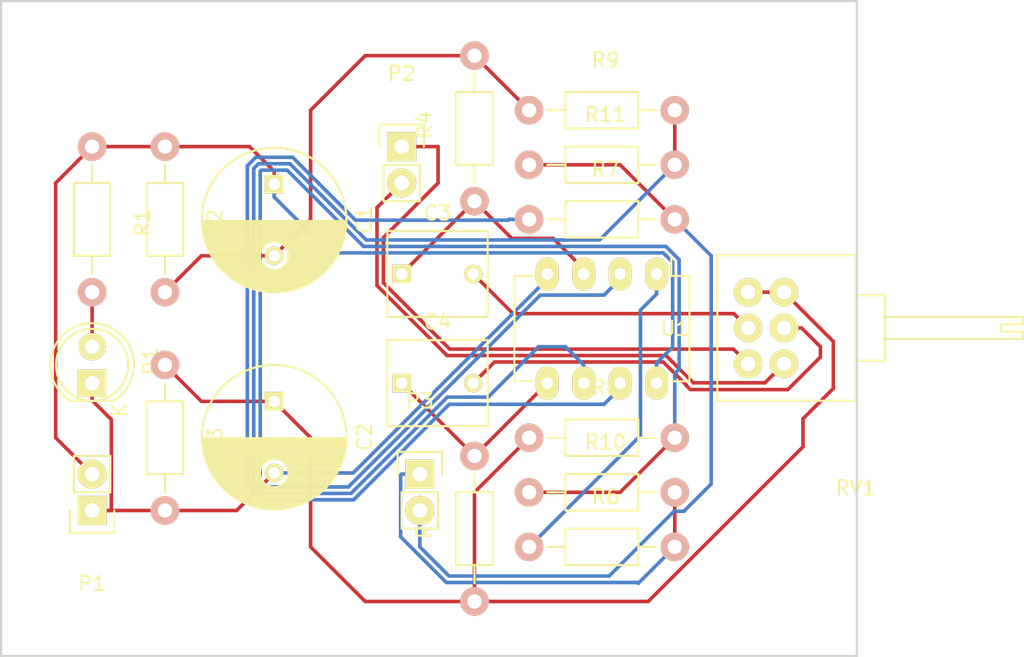
<source format=kicad_pcb>
(kicad_pcb (version 4) (host pcbnew 4.0.2+dfsg1-stable)

  (general
    (links 36)
    (no_connects 1)
    (area 102.794999 72.314999 162.635001 118.185001)
    (thickness 1.6)
    (drawings 4)
    (tracks 157)
    (zones 0)
    (modules 21)
    (nets 17)
  )

  (page A4)
  (layers
    (0 F.Cu signal)
    (31 B.Cu signal)
    (32 B.Adhes user)
    (33 F.Adhes user)
    (34 B.Paste user)
    (35 F.Paste user)
    (36 B.SilkS user)
    (37 F.SilkS user)
    (38 B.Mask user)
    (39 F.Mask user)
    (40 Dwgs.User user)
    (41 Cmts.User user)
    (42 Eco1.User user)
    (43 Eco2.User user)
    (44 Edge.Cuts user)
    (45 Margin user)
    (46 B.CrtYd user)
    (47 F.CrtYd user)
    (48 B.Fab user)
    (49 F.Fab user)
  )

  (setup
    (last_trace_width 0.25)
    (trace_clearance 0.2)
    (zone_clearance 0.508)
    (zone_45_only no)
    (trace_min 0.2)
    (segment_width 0.2)
    (edge_width 0.15)
    (via_size 0.6)
    (via_drill 0.4)
    (via_min_size 0.4)
    (via_min_drill 0.3)
    (uvia_size 0.3)
    (uvia_drill 0.1)
    (uvias_allowed no)
    (uvia_min_size 0.2)
    (uvia_min_drill 0.1)
    (pcb_text_width 0.3)
    (pcb_text_size 1.5 1.5)
    (mod_edge_width 0.15)
    (mod_text_size 1 1)
    (mod_text_width 0.15)
    (pad_size 1.524 1.524)
    (pad_drill 0.762)
    (pad_to_mask_clearance 0.2)
    (aux_axis_origin 0 0)
    (visible_elements FFFFE77F)
    (pcbplotparams
      (layerselection 0x00030_80000001)
      (usegerberextensions false)
      (excludeedgelayer true)
      (linewidth 0.100000)
      (plotframeref false)
      (viasonmask false)
      (mode 1)
      (useauxorigin false)
      (hpglpennumber 1)
      (hpglpenspeed 20)
      (hpglpendiameter 15)
      (hpglpenoverlay 2)
      (psnegative false)
      (psa4output false)
      (plotreference true)
      (plotvalue true)
      (plotinvisibletext false)
      (padsonsilk false)
      (subtractmaskfromsilk false)
      (outputformat 5)
      (mirror false)
      (drillshape 0)
      (scaleselection 1)
      (outputdirectory ""))
  )

  (net 0 "")
  (net 1 -9VA)
  (net 2 +9VA)
  (net 3 GNDREF)
  (net 4 "Net-(C3-Pad1)")
  (net 5 "Net-(C3-Pad2)")
  (net 6 "Net-(C4-Pad1)")
  (net 7 "Net-(C4-Pad2)")
  (net 8 "Net-(D1-Pad2)")
  (net 9 "Net-(R6-Pad1)")
  (net 10 "Net-(R7-Pad1)")
  (net 11 "Net-(R10-Pad1)")
  (net 12 "Net-(R11-Pad2)")
  (net 13 /IN1)
  (net 14 /IN2)
  (net 15 /OUT1)
  (net 16 /OUT2)

  (net_class Default "This is the default net class."
    (clearance 0.2)
    (trace_width 0.25)
    (via_dia 0.6)
    (via_drill 0.4)
    (uvia_dia 0.3)
    (uvia_drill 0.1)
    (add_net +9VA)
    (add_net -9VA)
    (add_net /IN1)
    (add_net /IN2)
    (add_net /OUT1)
    (add_net /OUT2)
    (add_net GNDREF)
    (add_net "Net-(C3-Pad1)")
    (add_net "Net-(C3-Pad2)")
    (add_net "Net-(C4-Pad1)")
    (add_net "Net-(C4-Pad2)")
    (add_net "Net-(D1-Pad2)")
    (add_net "Net-(R10-Pad1)")
    (add_net "Net-(R11-Pad2)")
    (add_net "Net-(R6-Pad1)")
    (add_net "Net-(R7-Pad1)")
  )

  (module Resistors_ThroughHole:Resistor_Horizontal_RM10mm (layer F.Cu) (tedit 58D84A1E) (tstamp 58D84700)
    (at 139.7 106.68)
    (descr "Resistor, Axial,  RM 10mm, 1/3W")
    (tags "Resistor Axial RM 10mm 1/3W")
    (path /58D48B53)
    (fp_text reference R10 (at 5.32892 -3.50012) (layer F.SilkS)
      (effects (font (size 1 1) (thickness 0.15)))
    )
    (fp_text value 10K (at 4.826 0.254) (layer F.Fab)
      (effects (font (size 1 1) (thickness 0.15)))
    )
    (fp_line (start -1.25 -1.5) (end 11.4 -1.5) (layer F.CrtYd) (width 0.05))
    (fp_line (start -1.25 1.5) (end -1.25 -1.5) (layer F.CrtYd) (width 0.05))
    (fp_line (start 11.4 -1.5) (end 11.4 1.5) (layer F.CrtYd) (width 0.05))
    (fp_line (start -1.25 1.5) (end 11.4 1.5) (layer F.CrtYd) (width 0.05))
    (fp_line (start 2.54 -1.27) (end 7.62 -1.27) (layer F.SilkS) (width 0.15))
    (fp_line (start 7.62 -1.27) (end 7.62 1.27) (layer F.SilkS) (width 0.15))
    (fp_line (start 7.62 1.27) (end 2.54 1.27) (layer F.SilkS) (width 0.15))
    (fp_line (start 2.54 1.27) (end 2.54 -1.27) (layer F.SilkS) (width 0.15))
    (fp_line (start 2.54 0) (end 1.27 0) (layer F.SilkS) (width 0.15))
    (fp_line (start 7.62 0) (end 8.89 0) (layer F.SilkS) (width 0.15))
    (pad 1 thru_hole circle (at 0 0) (size 1.99898 1.99898) (drill 1.00076) (layers *.Cu *.SilkS *.Mask)
      (net 11 "Net-(R10-Pad1)"))
    (pad 2 thru_hole circle (at 10.16 0) (size 1.99898 1.99898) (drill 1.00076) (layers *.Cu *.SilkS *.Mask)
      (net 15 /OUT1))
    (model Resistors_ThroughHole.3dshapes/Resistor_Horizontal_RM10mm.wrl
      (at (xyz 0 0 0))
      (scale (xyz 0.4 0.4 0.4))
      (rotate (xyz 0 0 0))
    )
  )

  (module Capacitors_ThroughHole:C_Radial_D10_L16_P5 (layer F.Cu) (tedit 0) (tstamp 58D84680)
    (at 121.92 85.17 270)
    (descr "Radial Electrolytic Capacitor 10mm x Length 16mm, Pitch 5mm")
    (tags "Electrolytic Capacitor")
    (path /58D4FDF4)
    (fp_text reference C1 (at 2.5 -6.3 270) (layer F.SilkS)
      (effects (font (size 1 1) (thickness 0.15)))
    )
    (fp_text value 220uF (at 2.5 6.3 270) (layer F.Fab)
      (effects (font (size 1 1) (thickness 0.15)))
    )
    (fp_line (start 2.575 -4.999) (end 2.575 4.999) (layer F.SilkS) (width 0.15))
    (fp_line (start 2.715 -4.995) (end 2.715 4.995) (layer F.SilkS) (width 0.15))
    (fp_line (start 2.855 -4.987) (end 2.855 4.987) (layer F.SilkS) (width 0.15))
    (fp_line (start 2.995 -4.975) (end 2.995 4.975) (layer F.SilkS) (width 0.15))
    (fp_line (start 3.135 -4.96) (end 3.135 4.96) (layer F.SilkS) (width 0.15))
    (fp_line (start 3.275 -4.94) (end 3.275 4.94) (layer F.SilkS) (width 0.15))
    (fp_line (start 3.415 -4.916) (end 3.415 4.916) (layer F.SilkS) (width 0.15))
    (fp_line (start 3.555 -4.887) (end 3.555 4.887) (layer F.SilkS) (width 0.15))
    (fp_line (start 3.695 -4.855) (end 3.695 4.855) (layer F.SilkS) (width 0.15))
    (fp_line (start 3.835 -4.818) (end 3.835 4.818) (layer F.SilkS) (width 0.15))
    (fp_line (start 3.975 -4.777) (end 3.975 4.777) (layer F.SilkS) (width 0.15))
    (fp_line (start 4.115 -4.732) (end 4.115 -0.466) (layer F.SilkS) (width 0.15))
    (fp_line (start 4.115 0.466) (end 4.115 4.732) (layer F.SilkS) (width 0.15))
    (fp_line (start 4.255 -4.682) (end 4.255 -0.667) (layer F.SilkS) (width 0.15))
    (fp_line (start 4.255 0.667) (end 4.255 4.682) (layer F.SilkS) (width 0.15))
    (fp_line (start 4.395 -4.627) (end 4.395 -0.796) (layer F.SilkS) (width 0.15))
    (fp_line (start 4.395 0.796) (end 4.395 4.627) (layer F.SilkS) (width 0.15))
    (fp_line (start 4.535 -4.567) (end 4.535 -0.885) (layer F.SilkS) (width 0.15))
    (fp_line (start 4.535 0.885) (end 4.535 4.567) (layer F.SilkS) (width 0.15))
    (fp_line (start 4.675 -4.502) (end 4.675 -0.946) (layer F.SilkS) (width 0.15))
    (fp_line (start 4.675 0.946) (end 4.675 4.502) (layer F.SilkS) (width 0.15))
    (fp_line (start 4.815 -4.432) (end 4.815 -0.983) (layer F.SilkS) (width 0.15))
    (fp_line (start 4.815 0.983) (end 4.815 4.432) (layer F.SilkS) (width 0.15))
    (fp_line (start 4.955 -4.356) (end 4.955 -0.999) (layer F.SilkS) (width 0.15))
    (fp_line (start 4.955 0.999) (end 4.955 4.356) (layer F.SilkS) (width 0.15))
    (fp_line (start 5.095 -4.274) (end 5.095 -0.995) (layer F.SilkS) (width 0.15))
    (fp_line (start 5.095 0.995) (end 5.095 4.274) (layer F.SilkS) (width 0.15))
    (fp_line (start 5.235 -4.186) (end 5.235 -0.972) (layer F.SilkS) (width 0.15))
    (fp_line (start 5.235 0.972) (end 5.235 4.186) (layer F.SilkS) (width 0.15))
    (fp_line (start 5.375 -4.091) (end 5.375 -0.927) (layer F.SilkS) (width 0.15))
    (fp_line (start 5.375 0.927) (end 5.375 4.091) (layer F.SilkS) (width 0.15))
    (fp_line (start 5.515 -3.989) (end 5.515 -0.857) (layer F.SilkS) (width 0.15))
    (fp_line (start 5.515 0.857) (end 5.515 3.989) (layer F.SilkS) (width 0.15))
    (fp_line (start 5.655 -3.879) (end 5.655 -0.756) (layer F.SilkS) (width 0.15))
    (fp_line (start 5.655 0.756) (end 5.655 3.879) (layer F.SilkS) (width 0.15))
    (fp_line (start 5.795 -3.761) (end 5.795 -0.607) (layer F.SilkS) (width 0.15))
    (fp_line (start 5.795 0.607) (end 5.795 3.761) (layer F.SilkS) (width 0.15))
    (fp_line (start 5.935 -3.633) (end 5.935 -0.355) (layer F.SilkS) (width 0.15))
    (fp_line (start 5.935 0.355) (end 5.935 3.633) (layer F.SilkS) (width 0.15))
    (fp_line (start 6.075 -3.496) (end 6.075 3.496) (layer F.SilkS) (width 0.15))
    (fp_line (start 6.215 -3.346) (end 6.215 3.346) (layer F.SilkS) (width 0.15))
    (fp_line (start 6.355 -3.184) (end 6.355 3.184) (layer F.SilkS) (width 0.15))
    (fp_line (start 6.495 -3.007) (end 6.495 3.007) (layer F.SilkS) (width 0.15))
    (fp_line (start 6.635 -2.811) (end 6.635 2.811) (layer F.SilkS) (width 0.15))
    (fp_line (start 6.775 -2.593) (end 6.775 2.593) (layer F.SilkS) (width 0.15))
    (fp_line (start 6.915 -2.347) (end 6.915 2.347) (layer F.SilkS) (width 0.15))
    (fp_line (start 7.055 -2.062) (end 7.055 2.062) (layer F.SilkS) (width 0.15))
    (fp_line (start 7.195 -1.72) (end 7.195 1.72) (layer F.SilkS) (width 0.15))
    (fp_line (start 7.335 -1.274) (end 7.335 1.274) (layer F.SilkS) (width 0.15))
    (fp_line (start 7.475 -0.499) (end 7.475 0.499) (layer F.SilkS) (width 0.15))
    (fp_circle (center 5 0) (end 5 -1) (layer F.SilkS) (width 0.15))
    (fp_circle (center 2.5 0) (end 2.5 -5.0375) (layer F.SilkS) (width 0.15))
    (fp_circle (center 2.5 0) (end 2.5 -5.3) (layer F.CrtYd) (width 0.05))
    (pad 1 thru_hole rect (at 0 0 270) (size 1.3 1.3) (drill 0.8) (layers *.Cu *.Mask F.SilkS)
      (net 2 +9VA))
    (pad 2 thru_hole circle (at 5 0 270) (size 1.3 1.3) (drill 0.8) (layers *.Cu *.Mask F.SilkS)
      (net 3 GNDREF))
    (model Capacitors_ThroughHole.3dshapes/C_Radial_D10_L16_P5.wrl
      (at (xyz 0.0984252 0 0))
      (scale (xyz 1 1 1))
      (rotate (xyz 0 0 90))
    )
  )

  (module Capacitors_ThroughHole:C_Radial_D10_L16_P5 (layer F.Cu) (tedit 0) (tstamp 58D84686)
    (at 121.92 100.33 270)
    (descr "Radial Electrolytic Capacitor 10mm x Length 16mm, Pitch 5mm")
    (tags "Electrolytic Capacitor")
    (path /58D4FFA1)
    (fp_text reference C2 (at 2.5 -6.3 270) (layer F.SilkS)
      (effects (font (size 1 1) (thickness 0.15)))
    )
    (fp_text value 220uF (at 2.5 6.3 270) (layer F.Fab)
      (effects (font (size 1 1) (thickness 0.15)))
    )
    (fp_line (start 2.575 -4.999) (end 2.575 4.999) (layer F.SilkS) (width 0.15))
    (fp_line (start 2.715 -4.995) (end 2.715 4.995) (layer F.SilkS) (width 0.15))
    (fp_line (start 2.855 -4.987) (end 2.855 4.987) (layer F.SilkS) (width 0.15))
    (fp_line (start 2.995 -4.975) (end 2.995 4.975) (layer F.SilkS) (width 0.15))
    (fp_line (start 3.135 -4.96) (end 3.135 4.96) (layer F.SilkS) (width 0.15))
    (fp_line (start 3.275 -4.94) (end 3.275 4.94) (layer F.SilkS) (width 0.15))
    (fp_line (start 3.415 -4.916) (end 3.415 4.916) (layer F.SilkS) (width 0.15))
    (fp_line (start 3.555 -4.887) (end 3.555 4.887) (layer F.SilkS) (width 0.15))
    (fp_line (start 3.695 -4.855) (end 3.695 4.855) (layer F.SilkS) (width 0.15))
    (fp_line (start 3.835 -4.818) (end 3.835 4.818) (layer F.SilkS) (width 0.15))
    (fp_line (start 3.975 -4.777) (end 3.975 4.777) (layer F.SilkS) (width 0.15))
    (fp_line (start 4.115 -4.732) (end 4.115 -0.466) (layer F.SilkS) (width 0.15))
    (fp_line (start 4.115 0.466) (end 4.115 4.732) (layer F.SilkS) (width 0.15))
    (fp_line (start 4.255 -4.682) (end 4.255 -0.667) (layer F.SilkS) (width 0.15))
    (fp_line (start 4.255 0.667) (end 4.255 4.682) (layer F.SilkS) (width 0.15))
    (fp_line (start 4.395 -4.627) (end 4.395 -0.796) (layer F.SilkS) (width 0.15))
    (fp_line (start 4.395 0.796) (end 4.395 4.627) (layer F.SilkS) (width 0.15))
    (fp_line (start 4.535 -4.567) (end 4.535 -0.885) (layer F.SilkS) (width 0.15))
    (fp_line (start 4.535 0.885) (end 4.535 4.567) (layer F.SilkS) (width 0.15))
    (fp_line (start 4.675 -4.502) (end 4.675 -0.946) (layer F.SilkS) (width 0.15))
    (fp_line (start 4.675 0.946) (end 4.675 4.502) (layer F.SilkS) (width 0.15))
    (fp_line (start 4.815 -4.432) (end 4.815 -0.983) (layer F.SilkS) (width 0.15))
    (fp_line (start 4.815 0.983) (end 4.815 4.432) (layer F.SilkS) (width 0.15))
    (fp_line (start 4.955 -4.356) (end 4.955 -0.999) (layer F.SilkS) (width 0.15))
    (fp_line (start 4.955 0.999) (end 4.955 4.356) (layer F.SilkS) (width 0.15))
    (fp_line (start 5.095 -4.274) (end 5.095 -0.995) (layer F.SilkS) (width 0.15))
    (fp_line (start 5.095 0.995) (end 5.095 4.274) (layer F.SilkS) (width 0.15))
    (fp_line (start 5.235 -4.186) (end 5.235 -0.972) (layer F.SilkS) (width 0.15))
    (fp_line (start 5.235 0.972) (end 5.235 4.186) (layer F.SilkS) (width 0.15))
    (fp_line (start 5.375 -4.091) (end 5.375 -0.927) (layer F.SilkS) (width 0.15))
    (fp_line (start 5.375 0.927) (end 5.375 4.091) (layer F.SilkS) (width 0.15))
    (fp_line (start 5.515 -3.989) (end 5.515 -0.857) (layer F.SilkS) (width 0.15))
    (fp_line (start 5.515 0.857) (end 5.515 3.989) (layer F.SilkS) (width 0.15))
    (fp_line (start 5.655 -3.879) (end 5.655 -0.756) (layer F.SilkS) (width 0.15))
    (fp_line (start 5.655 0.756) (end 5.655 3.879) (layer F.SilkS) (width 0.15))
    (fp_line (start 5.795 -3.761) (end 5.795 -0.607) (layer F.SilkS) (width 0.15))
    (fp_line (start 5.795 0.607) (end 5.795 3.761) (layer F.SilkS) (width 0.15))
    (fp_line (start 5.935 -3.633) (end 5.935 -0.355) (layer F.SilkS) (width 0.15))
    (fp_line (start 5.935 0.355) (end 5.935 3.633) (layer F.SilkS) (width 0.15))
    (fp_line (start 6.075 -3.496) (end 6.075 3.496) (layer F.SilkS) (width 0.15))
    (fp_line (start 6.215 -3.346) (end 6.215 3.346) (layer F.SilkS) (width 0.15))
    (fp_line (start 6.355 -3.184) (end 6.355 3.184) (layer F.SilkS) (width 0.15))
    (fp_line (start 6.495 -3.007) (end 6.495 3.007) (layer F.SilkS) (width 0.15))
    (fp_line (start 6.635 -2.811) (end 6.635 2.811) (layer F.SilkS) (width 0.15))
    (fp_line (start 6.775 -2.593) (end 6.775 2.593) (layer F.SilkS) (width 0.15))
    (fp_line (start 6.915 -2.347) (end 6.915 2.347) (layer F.SilkS) (width 0.15))
    (fp_line (start 7.055 -2.062) (end 7.055 2.062) (layer F.SilkS) (width 0.15))
    (fp_line (start 7.195 -1.72) (end 7.195 1.72) (layer F.SilkS) (width 0.15))
    (fp_line (start 7.335 -1.274) (end 7.335 1.274) (layer F.SilkS) (width 0.15))
    (fp_line (start 7.475 -0.499) (end 7.475 0.499) (layer F.SilkS) (width 0.15))
    (fp_circle (center 5 0) (end 5 -1) (layer F.SilkS) (width 0.15))
    (fp_circle (center 2.5 0) (end 2.5 -5.0375) (layer F.SilkS) (width 0.15))
    (fp_circle (center 2.5 0) (end 2.5 -5.3) (layer F.CrtYd) (width 0.05))
    (pad 1 thru_hole rect (at 0 0 270) (size 1.3 1.3) (drill 0.8) (layers *.Cu *.Mask F.SilkS)
      (net 3 GNDREF))
    (pad 2 thru_hole circle (at 5 0 270) (size 1.3 1.3) (drill 0.8) (layers *.Cu *.Mask F.SilkS)
      (net 1 -9VA))
    (model Capacitors_ThroughHole.3dshapes/C_Radial_D10_L16_P5.wrl
      (at (xyz 0.0984252 0 0))
      (scale (xyz 1 1 1))
      (rotate (xyz 0 0 90))
    )
  )

  (module Capacitors_ThroughHole:C_Rect_L7_W6_P5 (layer F.Cu) (tedit 58D84A04) (tstamp 58D8468C)
    (at 130.81 91.44)
    (descr "Film Capacitor Length 7mm x Width 6mm")
    (tags Capacitor)
    (path /58D49F76)
    (fp_text reference C3 (at 2.5 -4.25) (layer F.SilkS)
      (effects (font (size 1 1) (thickness 0.15)))
    )
    (fp_text value 0.1uF (at 2.794 1.778) (layer F.Fab)
      (effects (font (size 1 1) (thickness 0.15)))
    )
    (fp_line (start -1.25 -3.25) (end 6.25 -3.25) (layer F.CrtYd) (width 0.05))
    (fp_line (start 6.25 -3.25) (end 6.25 3.25) (layer F.CrtYd) (width 0.05))
    (fp_line (start 6.25 3.25) (end -1.25 3.25) (layer F.CrtYd) (width 0.05))
    (fp_line (start -1.25 3.25) (end -1.25 -3.25) (layer F.CrtYd) (width 0.05))
    (fp_line (start -1 -3) (end 6 -3) (layer F.SilkS) (width 0.15))
    (fp_line (start 6 -3) (end 6 3) (layer F.SilkS) (width 0.15))
    (fp_line (start 6 3) (end -1 3) (layer F.SilkS) (width 0.15))
    (fp_line (start -1 3) (end -1 -3) (layer F.SilkS) (width 0.15))
    (pad 1 thru_hole rect (at 0 0) (size 1.3 1.3) (drill 0.8) (layers *.Cu *.Mask F.SilkS)
      (net 4 "Net-(C3-Pad1)"))
    (pad 2 thru_hole circle (at 5 0) (size 1.3 1.3) (drill 0.8) (layers *.Cu *.Mask F.SilkS)
      (net 5 "Net-(C3-Pad2)"))
    (model Capacitors_ThroughHole.3dshapes/C_Rect_L7_W6_P5.wrl
      (at (xyz 0.098425 0 0))
      (scale (xyz 1 1 1))
      (rotate (xyz 0 0 0))
    )
  )

  (module Capacitors_ThroughHole:C_Rect_L7_W6_P5 (layer F.Cu) (tedit 58D84A08) (tstamp 58D84692)
    (at 130.81 99.06)
    (descr "Film Capacitor Length 7mm x Width 6mm")
    (tags Capacitor)
    (path /58D4DFCF)
    (fp_text reference C4 (at 2.5 -4.25) (layer F.SilkS)
      (effects (font (size 1 1) (thickness 0.15)))
    )
    (fp_text value 0.1uF (at 2.54 1.778) (layer F.Fab)
      (effects (font (size 1 1) (thickness 0.15)))
    )
    (fp_line (start -1.25 -3.25) (end 6.25 -3.25) (layer F.CrtYd) (width 0.05))
    (fp_line (start 6.25 -3.25) (end 6.25 3.25) (layer F.CrtYd) (width 0.05))
    (fp_line (start 6.25 3.25) (end -1.25 3.25) (layer F.CrtYd) (width 0.05))
    (fp_line (start -1.25 3.25) (end -1.25 -3.25) (layer F.CrtYd) (width 0.05))
    (fp_line (start -1 -3) (end 6 -3) (layer F.SilkS) (width 0.15))
    (fp_line (start 6 -3) (end 6 3) (layer F.SilkS) (width 0.15))
    (fp_line (start 6 3) (end -1 3) (layer F.SilkS) (width 0.15))
    (fp_line (start -1 3) (end -1 -3) (layer F.SilkS) (width 0.15))
    (pad 1 thru_hole rect (at 0 0) (size 1.3 1.3) (drill 0.8) (layers *.Cu *.Mask F.SilkS)
      (net 6 "Net-(C4-Pad1)"))
    (pad 2 thru_hole circle (at 5 0) (size 1.3 1.3) (drill 0.8) (layers *.Cu *.Mask F.SilkS)
      (net 7 "Net-(C4-Pad2)"))
    (model Capacitors_ThroughHole.3dshapes/C_Rect_L7_W6_P5.wrl
      (at (xyz 0.098425 0 0))
      (scale (xyz 1 1 1))
      (rotate (xyz 0 0 0))
    )
  )

  (module LEDs:LED-5MM (layer F.Cu) (tedit 5570F7EA) (tstamp 58D84698)
    (at 109.22 99.06 90)
    (descr "LED 5mm round vertical")
    (tags "LED 5mm round vertical")
    (path /58D4F6A7)
    (fp_text reference D1 (at 1.524 4.064 90) (layer F.SilkS)
      (effects (font (size 1 1) (thickness 0.15)))
    )
    (fp_text value LED (at 1.524 -3.937 90) (layer F.Fab)
      (effects (font (size 1 1) (thickness 0.15)))
    )
    (fp_line (start -1.5 -1.55) (end -1.5 1.55) (layer F.CrtYd) (width 0.05))
    (fp_arc (start 1.3 0) (end -1.5 1.55) (angle -302) (layer F.CrtYd) (width 0.05))
    (fp_arc (start 1.27 0) (end -1.23 -1.5) (angle 297.5) (layer F.SilkS) (width 0.15))
    (fp_line (start -1.23 1.5) (end -1.23 -1.5) (layer F.SilkS) (width 0.15))
    (fp_circle (center 1.27 0) (end 0.97 -2.5) (layer F.SilkS) (width 0.15))
    (fp_text user K (at -1.905 1.905 90) (layer F.SilkS)
      (effects (font (size 1 1) (thickness 0.15)))
    )
    (pad 1 thru_hole rect (at 0 0 180) (size 2 1.9) (drill 1.00076) (layers *.Cu *.Mask F.SilkS)
      (net 1 -9VA))
    (pad 2 thru_hole circle (at 2.54 0 90) (size 1.9 1.9) (drill 1.00076) (layers *.Cu *.Mask F.SilkS)
      (net 8 "Net-(D1-Pad2)"))
    (model LEDs.3dshapes/LED-5MM.wrl
      (at (xyz 0.05 0 0))
      (scale (xyz 1 1 1))
      (rotate (xyz 0 0 90))
    )
  )

  (module Resistors_ThroughHole:Resistor_Horizontal_RM10mm (layer F.Cu) (tedit 58D84A2D) (tstamp 58D846CA)
    (at 109.22 82.55 270)
    (descr "Resistor, Axial,  RM 10mm, 1/3W")
    (tags "Resistor Axial RM 10mm 1/3W")
    (path /58D4F546)
    (fp_text reference R1 (at 5.32892 -3.50012 270) (layer F.SilkS)
      (effects (font (size 1 1) (thickness 0.15)))
    )
    (fp_text value 10K (at 5.08 0 270) (layer F.Fab)
      (effects (font (size 1 1) (thickness 0.15)))
    )
    (fp_line (start -1.25 -1.5) (end 11.4 -1.5) (layer F.CrtYd) (width 0.05))
    (fp_line (start -1.25 1.5) (end -1.25 -1.5) (layer F.CrtYd) (width 0.05))
    (fp_line (start 11.4 -1.5) (end 11.4 1.5) (layer F.CrtYd) (width 0.05))
    (fp_line (start -1.25 1.5) (end 11.4 1.5) (layer F.CrtYd) (width 0.05))
    (fp_line (start 2.54 -1.27) (end 7.62 -1.27) (layer F.SilkS) (width 0.15))
    (fp_line (start 7.62 -1.27) (end 7.62 1.27) (layer F.SilkS) (width 0.15))
    (fp_line (start 7.62 1.27) (end 2.54 1.27) (layer F.SilkS) (width 0.15))
    (fp_line (start 2.54 1.27) (end 2.54 -1.27) (layer F.SilkS) (width 0.15))
    (fp_line (start 2.54 0) (end 1.27 0) (layer F.SilkS) (width 0.15))
    (fp_line (start 7.62 0) (end 8.89 0) (layer F.SilkS) (width 0.15))
    (pad 1 thru_hole circle (at 0 0 270) (size 1.99898 1.99898) (drill 1.00076) (layers *.Cu *.SilkS *.Mask)
      (net 2 +9VA))
    (pad 2 thru_hole circle (at 10.16 0 270) (size 1.99898 1.99898) (drill 1.00076) (layers *.Cu *.SilkS *.Mask)
      (net 8 "Net-(D1-Pad2)"))
    (model Resistors_ThroughHole.3dshapes/Resistor_Horizontal_RM10mm.wrl
      (at (xyz 0 0 0))
      (scale (xyz 0.4 0.4 0.4))
      (rotate (xyz 0 0 0))
    )
  )

  (module Resistors_ThroughHole:Resistor_Horizontal_RM10mm (layer F.Cu) (tedit 58D84A24) (tstamp 58D846D0)
    (at 114.3 82.55 270)
    (descr "Resistor, Axial,  RM 10mm, 1/3W")
    (tags "Resistor Axial RM 10mm 1/3W")
    (path /58D4F5C1)
    (fp_text reference R2 (at 5.32892 -3.50012 270) (layer F.SilkS)
      (effects (font (size 1 1) (thickness 0.15)))
    )
    (fp_text value 4.7K (at 5.08 0 270) (layer F.Fab)
      (effects (font (size 1 1) (thickness 0.15)))
    )
    (fp_line (start -1.25 -1.5) (end 11.4 -1.5) (layer F.CrtYd) (width 0.05))
    (fp_line (start -1.25 1.5) (end -1.25 -1.5) (layer F.CrtYd) (width 0.05))
    (fp_line (start 11.4 -1.5) (end 11.4 1.5) (layer F.CrtYd) (width 0.05))
    (fp_line (start -1.25 1.5) (end 11.4 1.5) (layer F.CrtYd) (width 0.05))
    (fp_line (start 2.54 -1.27) (end 7.62 -1.27) (layer F.SilkS) (width 0.15))
    (fp_line (start 7.62 -1.27) (end 7.62 1.27) (layer F.SilkS) (width 0.15))
    (fp_line (start 7.62 1.27) (end 2.54 1.27) (layer F.SilkS) (width 0.15))
    (fp_line (start 2.54 1.27) (end 2.54 -1.27) (layer F.SilkS) (width 0.15))
    (fp_line (start 2.54 0) (end 1.27 0) (layer F.SilkS) (width 0.15))
    (fp_line (start 7.62 0) (end 8.89 0) (layer F.SilkS) (width 0.15))
    (pad 1 thru_hole circle (at 0 0 270) (size 1.99898 1.99898) (drill 1.00076) (layers *.Cu *.SilkS *.Mask)
      (net 2 +9VA))
    (pad 2 thru_hole circle (at 10.16 0 270) (size 1.99898 1.99898) (drill 1.00076) (layers *.Cu *.SilkS *.Mask)
      (net 3 GNDREF))
    (model Resistors_ThroughHole.3dshapes/Resistor_Horizontal_RM10mm.wrl
      (at (xyz 0 0 0))
      (scale (xyz 0.4 0.4 0.4))
      (rotate (xyz 0 0 0))
    )
  )

  (module Resistors_ThroughHole:Resistor_Horizontal_RM10mm (layer F.Cu) (tedit 58D84A26) (tstamp 58D846D6)
    (at 114.3 97.79 270)
    (descr "Resistor, Axial,  RM 10mm, 1/3W")
    (tags "Resistor Axial RM 10mm 1/3W")
    (path /58D500DD)
    (fp_text reference R3 (at 5.32892 -3.50012 270) (layer F.SilkS)
      (effects (font (size 1 1) (thickness 0.15)))
    )
    (fp_text value 4.7K (at 5.334 0 270) (layer F.Fab)
      (effects (font (size 1 1) (thickness 0.15)))
    )
    (fp_line (start -1.25 -1.5) (end 11.4 -1.5) (layer F.CrtYd) (width 0.05))
    (fp_line (start -1.25 1.5) (end -1.25 -1.5) (layer F.CrtYd) (width 0.05))
    (fp_line (start 11.4 -1.5) (end 11.4 1.5) (layer F.CrtYd) (width 0.05))
    (fp_line (start -1.25 1.5) (end 11.4 1.5) (layer F.CrtYd) (width 0.05))
    (fp_line (start 2.54 -1.27) (end 7.62 -1.27) (layer F.SilkS) (width 0.15))
    (fp_line (start 7.62 -1.27) (end 7.62 1.27) (layer F.SilkS) (width 0.15))
    (fp_line (start 7.62 1.27) (end 2.54 1.27) (layer F.SilkS) (width 0.15))
    (fp_line (start 2.54 1.27) (end 2.54 -1.27) (layer F.SilkS) (width 0.15))
    (fp_line (start 2.54 0) (end 1.27 0) (layer F.SilkS) (width 0.15))
    (fp_line (start 7.62 0) (end 8.89 0) (layer F.SilkS) (width 0.15))
    (pad 1 thru_hole circle (at 0 0 270) (size 1.99898 1.99898) (drill 1.00076) (layers *.Cu *.SilkS *.Mask)
      (net 3 GNDREF))
    (pad 2 thru_hole circle (at 10.16 0 270) (size 1.99898 1.99898) (drill 1.00076) (layers *.Cu *.SilkS *.Mask)
      (net 1 -9VA))
    (model Resistors_ThroughHole.3dshapes/Resistor_Horizontal_RM10mm.wrl
      (at (xyz 0 0 0))
      (scale (xyz 0.4 0.4 0.4))
      (rotate (xyz 0 0 0))
    )
  )

  (module Resistors_ThroughHole:Resistor_Horizontal_RM10mm (layer F.Cu) (tedit 58D849A9) (tstamp 58D846DC)
    (at 135.89 86.36 90)
    (descr "Resistor, Axial,  RM 10mm, 1/3W")
    (tags "Resistor Axial RM 10mm 1/3W")
    (path /58D48662)
    (fp_text reference R4 (at 5.32892 -3.50012 90) (layer F.SilkS)
      (effects (font (size 1 1) (thickness 0.15)))
    )
    (fp_text value 100K (at 5.08 0 90) (layer F.Fab)
      (effects (font (size 1 1) (thickness 0.15)))
    )
    (fp_line (start -1.25 -1.5) (end 11.4 -1.5) (layer F.CrtYd) (width 0.05))
    (fp_line (start -1.25 1.5) (end -1.25 -1.5) (layer F.CrtYd) (width 0.05))
    (fp_line (start 11.4 -1.5) (end 11.4 1.5) (layer F.CrtYd) (width 0.05))
    (fp_line (start -1.25 1.5) (end 11.4 1.5) (layer F.CrtYd) (width 0.05))
    (fp_line (start 2.54 -1.27) (end 7.62 -1.27) (layer F.SilkS) (width 0.15))
    (fp_line (start 7.62 -1.27) (end 7.62 1.27) (layer F.SilkS) (width 0.15))
    (fp_line (start 7.62 1.27) (end 2.54 1.27) (layer F.SilkS) (width 0.15))
    (fp_line (start 2.54 1.27) (end 2.54 -1.27) (layer F.SilkS) (width 0.15))
    (fp_line (start 2.54 0) (end 1.27 0) (layer F.SilkS) (width 0.15))
    (fp_line (start 7.62 0) (end 8.89 0) (layer F.SilkS) (width 0.15))
    (pad 1 thru_hole circle (at 0 0 90) (size 1.99898 1.99898) (drill 1.00076) (layers *.Cu *.SilkS *.Mask)
      (net 4 "Net-(C3-Pad1)"))
    (pad 2 thru_hole circle (at 10.16 0 90) (size 1.99898 1.99898) (drill 1.00076) (layers *.Cu *.SilkS *.Mask)
      (net 3 GNDREF))
    (model Resistors_ThroughHole.3dshapes/Resistor_Horizontal_RM10mm.wrl
      (at (xyz 0 0 0))
      (scale (xyz 0.4 0.4 0.4))
      (rotate (xyz 0 0 0))
    )
  )

  (module Resistors_ThroughHole:Resistor_Horizontal_RM10mm (layer F.Cu) (tedit 58D8499F) (tstamp 58D846E2)
    (at 135.89 114.3 90)
    (descr "Resistor, Axial,  RM 10mm, 1/3W")
    (tags "Resistor Axial RM 10mm 1/3W")
    (path /58D4DF45)
    (fp_text reference R5 (at 5.32892 -3.50012 90) (layer F.SilkS)
      (effects (font (size 1 1) (thickness 0.15)))
    )
    (fp_text value 100K (at 5.08 0 90) (layer F.Fab)
      (effects (font (size 1 1) (thickness 0.15)))
    )
    (fp_line (start -1.25 -1.5) (end 11.4 -1.5) (layer F.CrtYd) (width 0.05))
    (fp_line (start -1.25 1.5) (end -1.25 -1.5) (layer F.CrtYd) (width 0.05))
    (fp_line (start 11.4 -1.5) (end 11.4 1.5) (layer F.CrtYd) (width 0.05))
    (fp_line (start -1.25 1.5) (end 11.4 1.5) (layer F.CrtYd) (width 0.05))
    (fp_line (start 2.54 -1.27) (end 7.62 -1.27) (layer F.SilkS) (width 0.15))
    (fp_line (start 7.62 -1.27) (end 7.62 1.27) (layer F.SilkS) (width 0.15))
    (fp_line (start 7.62 1.27) (end 2.54 1.27) (layer F.SilkS) (width 0.15))
    (fp_line (start 2.54 1.27) (end 2.54 -1.27) (layer F.SilkS) (width 0.15))
    (fp_line (start 2.54 0) (end 1.27 0) (layer F.SilkS) (width 0.15))
    (fp_line (start 7.62 0) (end 8.89 0) (layer F.SilkS) (width 0.15))
    (pad 1 thru_hole circle (at 0 0 90) (size 1.99898 1.99898) (drill 1.00076) (layers *.Cu *.SilkS *.Mask)
      (net 3 GNDREF))
    (pad 2 thru_hole circle (at 10.16 0 90) (size 1.99898 1.99898) (drill 1.00076) (layers *.Cu *.SilkS *.Mask)
      (net 6 "Net-(C4-Pad1)"))
    (model Resistors_ThroughHole.3dshapes/Resistor_Horizontal_RM10mm.wrl
      (at (xyz 0 0 0))
      (scale (xyz 0.4 0.4 0.4))
      (rotate (xyz 0 0 0))
    )
  )

  (module Resistors_ThroughHole:Resistor_Horizontal_RM10mm (layer F.Cu) (tedit 58D84A1A) (tstamp 58D846E8)
    (at 139.7 110.49)
    (descr "Resistor, Axial,  RM 10mm, 1/3W")
    (tags "Resistor Axial RM 10mm 1/3W")
    (path /58D49251)
    (fp_text reference R6 (at 5.32892 -3.50012) (layer F.SilkS)
      (effects (font (size 1 1) (thickness 0.15)))
    )
    (fp_text value 47K (at 5.08 0) (layer F.Fab)
      (effects (font (size 1 1) (thickness 0.15)))
    )
    (fp_line (start -1.25 -1.5) (end 11.4 -1.5) (layer F.CrtYd) (width 0.05))
    (fp_line (start -1.25 1.5) (end -1.25 -1.5) (layer F.CrtYd) (width 0.05))
    (fp_line (start 11.4 -1.5) (end 11.4 1.5) (layer F.CrtYd) (width 0.05))
    (fp_line (start -1.25 1.5) (end 11.4 1.5) (layer F.CrtYd) (width 0.05))
    (fp_line (start 2.54 -1.27) (end 7.62 -1.27) (layer F.SilkS) (width 0.15))
    (fp_line (start 7.62 -1.27) (end 7.62 1.27) (layer F.SilkS) (width 0.15))
    (fp_line (start 7.62 1.27) (end 2.54 1.27) (layer F.SilkS) (width 0.15))
    (fp_line (start 2.54 1.27) (end 2.54 -1.27) (layer F.SilkS) (width 0.15))
    (fp_line (start 2.54 0) (end 1.27 0) (layer F.SilkS) (width 0.15))
    (fp_line (start 7.62 0) (end 8.89 0) (layer F.SilkS) (width 0.15))
    (pad 1 thru_hole circle (at 0 0) (size 1.99898 1.99898) (drill 1.00076) (layers *.Cu *.SilkS *.Mask)
      (net 9 "Net-(R6-Pad1)"))
    (pad 2 thru_hole circle (at 10.16 0) (size 1.99898 1.99898) (drill 1.00076) (layers *.Cu *.SilkS *.Mask)
      (net 15 /OUT1))
    (model Resistors_ThroughHole.3dshapes/Resistor_Horizontal_RM10mm.wrl
      (at (xyz 0 0 0))
      (scale (xyz 0.4 0.4 0.4))
      (rotate (xyz 0 0 0))
    )
  )

  (module Resistors_ThroughHole:Resistor_Horizontal_RM10mm (layer F.Cu) (tedit 58D84A16) (tstamp 58D846EE)
    (at 139.7 87.63)
    (descr "Resistor, Axial,  RM 10mm, 1/3W")
    (tags "Resistor Axial RM 10mm 1/3W")
    (path /58D4E23B)
    (fp_text reference R7 (at 5.32892 -3.50012) (layer F.SilkS)
      (effects (font (size 1 1) (thickness 0.15)))
    )
    (fp_text value 47K (at 4.826 0.254) (layer F.Fab)
      (effects (font (size 1 1) (thickness 0.15)))
    )
    (fp_line (start -1.25 -1.5) (end 11.4 -1.5) (layer F.CrtYd) (width 0.05))
    (fp_line (start -1.25 1.5) (end -1.25 -1.5) (layer F.CrtYd) (width 0.05))
    (fp_line (start 11.4 -1.5) (end 11.4 1.5) (layer F.CrtYd) (width 0.05))
    (fp_line (start -1.25 1.5) (end 11.4 1.5) (layer F.CrtYd) (width 0.05))
    (fp_line (start 2.54 -1.27) (end 7.62 -1.27) (layer F.SilkS) (width 0.15))
    (fp_line (start 7.62 -1.27) (end 7.62 1.27) (layer F.SilkS) (width 0.15))
    (fp_line (start 7.62 1.27) (end 2.54 1.27) (layer F.SilkS) (width 0.15))
    (fp_line (start 2.54 1.27) (end 2.54 -1.27) (layer F.SilkS) (width 0.15))
    (fp_line (start 2.54 0) (end 1.27 0) (layer F.SilkS) (width 0.15))
    (fp_line (start 7.62 0) (end 8.89 0) (layer F.SilkS) (width 0.15))
    (pad 1 thru_hole circle (at 0 0) (size 1.99898 1.99898) (drill 1.00076) (layers *.Cu *.SilkS *.Mask)
      (net 10 "Net-(R7-Pad1)"))
    (pad 2 thru_hole circle (at 10.16 0) (size 1.99898 1.99898) (drill 1.00076) (layers *.Cu *.SilkS *.Mask)
      (net 16 /OUT2))
    (model Resistors_ThroughHole.3dshapes/Resistor_Horizontal_RM10mm.wrl
      (at (xyz 0 0 0))
      (scale (xyz 0.4 0.4 0.4))
      (rotate (xyz 0 0 0))
    )
  )

  (module Resistors_ThroughHole:Resistor_Horizontal_RM10mm (layer F.Cu) (tedit 58D84A1C) (tstamp 58D846F4)
    (at 139.7 102.87)
    (descr "Resistor, Axial,  RM 10mm, 1/3W")
    (tags "Resistor Axial RM 10mm 1/3W")
    (path /58D48C22)
    (fp_text reference R8 (at 5.32892 -3.50012) (layer F.SilkS)
      (effects (font (size 1 1) (thickness 0.15)))
    )
    (fp_text value 1K (at 5.08 0.254) (layer F.Fab)
      (effects (font (size 1 1) (thickness 0.15)))
    )
    (fp_line (start -1.25 -1.5) (end 11.4 -1.5) (layer F.CrtYd) (width 0.05))
    (fp_line (start -1.25 1.5) (end -1.25 -1.5) (layer F.CrtYd) (width 0.05))
    (fp_line (start 11.4 -1.5) (end 11.4 1.5) (layer F.CrtYd) (width 0.05))
    (fp_line (start -1.25 1.5) (end 11.4 1.5) (layer F.CrtYd) (width 0.05))
    (fp_line (start 2.54 -1.27) (end 7.62 -1.27) (layer F.SilkS) (width 0.15))
    (fp_line (start 7.62 -1.27) (end 7.62 1.27) (layer F.SilkS) (width 0.15))
    (fp_line (start 7.62 1.27) (end 2.54 1.27) (layer F.SilkS) (width 0.15))
    (fp_line (start 2.54 1.27) (end 2.54 -1.27) (layer F.SilkS) (width 0.15))
    (fp_line (start 2.54 0) (end 1.27 0) (layer F.SilkS) (width 0.15))
    (fp_line (start 7.62 0) (end 8.89 0) (layer F.SilkS) (width 0.15))
    (pad 1 thru_hole circle (at 0 0) (size 1.99898 1.99898) (drill 1.00076) (layers *.Cu *.SilkS *.Mask)
      (net 3 GNDREF))
    (pad 2 thru_hole circle (at 10.16 0) (size 1.99898 1.99898) (drill 1.00076) (layers *.Cu *.SilkS *.Mask)
      (net 11 "Net-(R10-Pad1)"))
    (model Resistors_ThroughHole.3dshapes/Resistor_Horizontal_RM10mm.wrl
      (at (xyz 0 0 0))
      (scale (xyz 0.4 0.4 0.4))
      (rotate (xyz 0 0 0))
    )
  )

  (module Resistors_ThroughHole:Resistor_Horizontal_RM10mm (layer F.Cu) (tedit 58D84A13) (tstamp 58D846FA)
    (at 139.7 80.01)
    (descr "Resistor, Axial,  RM 10mm, 1/3W")
    (tags "Resistor Axial RM 10mm 1/3W")
    (path /58D4ECDF)
    (fp_text reference R9 (at 5.32892 -3.50012) (layer F.SilkS)
      (effects (font (size 1 1) (thickness 0.15)))
    )
    (fp_text value 1K (at 5.08 0) (layer F.Fab)
      (effects (font (size 1 1) (thickness 0.15)))
    )
    (fp_line (start -1.25 -1.5) (end 11.4 -1.5) (layer F.CrtYd) (width 0.05))
    (fp_line (start -1.25 1.5) (end -1.25 -1.5) (layer F.CrtYd) (width 0.05))
    (fp_line (start 11.4 -1.5) (end 11.4 1.5) (layer F.CrtYd) (width 0.05))
    (fp_line (start -1.25 1.5) (end 11.4 1.5) (layer F.CrtYd) (width 0.05))
    (fp_line (start 2.54 -1.27) (end 7.62 -1.27) (layer F.SilkS) (width 0.15))
    (fp_line (start 7.62 -1.27) (end 7.62 1.27) (layer F.SilkS) (width 0.15))
    (fp_line (start 7.62 1.27) (end 2.54 1.27) (layer F.SilkS) (width 0.15))
    (fp_line (start 2.54 1.27) (end 2.54 -1.27) (layer F.SilkS) (width 0.15))
    (fp_line (start 2.54 0) (end 1.27 0) (layer F.SilkS) (width 0.15))
    (fp_line (start 7.62 0) (end 8.89 0) (layer F.SilkS) (width 0.15))
    (pad 1 thru_hole circle (at 0 0) (size 1.99898 1.99898) (drill 1.00076) (layers *.Cu *.SilkS *.Mask)
      (net 3 GNDREF))
    (pad 2 thru_hole circle (at 10.16 0) (size 1.99898 1.99898) (drill 1.00076) (layers *.Cu *.SilkS *.Mask)
      (net 12 "Net-(R11-Pad2)"))
    (model Resistors_ThroughHole.3dshapes/Resistor_Horizontal_RM10mm.wrl
      (at (xyz 0 0 0))
      (scale (xyz 0.4 0.4 0.4))
      (rotate (xyz 0 0 0))
    )
  )

  (module Resistors_ThroughHole:Resistor_Horizontal_RM10mm (layer F.Cu) (tedit 58D84A0D) (tstamp 58D84706)
    (at 139.7 83.82)
    (descr "Resistor, Axial,  RM 10mm, 1/3W")
    (tags "Resistor Axial RM 10mm 1/3W")
    (path /58D4E506)
    (fp_text reference R11 (at 5.32892 -3.50012) (layer F.SilkS)
      (effects (font (size 1 1) (thickness 0.15)))
    )
    (fp_text value 10K (at 5.08 0) (layer F.Fab)
      (effects (font (size 1 1) (thickness 0.15)))
    )
    (fp_line (start -1.25 -1.5) (end 11.4 -1.5) (layer F.CrtYd) (width 0.05))
    (fp_line (start -1.25 1.5) (end -1.25 -1.5) (layer F.CrtYd) (width 0.05))
    (fp_line (start 11.4 -1.5) (end 11.4 1.5) (layer F.CrtYd) (width 0.05))
    (fp_line (start -1.25 1.5) (end 11.4 1.5) (layer F.CrtYd) (width 0.05))
    (fp_line (start 2.54 -1.27) (end 7.62 -1.27) (layer F.SilkS) (width 0.15))
    (fp_line (start 7.62 -1.27) (end 7.62 1.27) (layer F.SilkS) (width 0.15))
    (fp_line (start 7.62 1.27) (end 2.54 1.27) (layer F.SilkS) (width 0.15))
    (fp_line (start 2.54 1.27) (end 2.54 -1.27) (layer F.SilkS) (width 0.15))
    (fp_line (start 2.54 0) (end 1.27 0) (layer F.SilkS) (width 0.15))
    (fp_line (start 7.62 0) (end 8.89 0) (layer F.SilkS) (width 0.15))
    (pad 1 thru_hole circle (at 0 0) (size 1.99898 1.99898) (drill 1.00076) (layers *.Cu *.SilkS *.Mask)
      (net 16 /OUT2))
    (pad 2 thru_hole circle (at 10.16 0) (size 1.99898 1.99898) (drill 1.00076) (layers *.Cu *.SilkS *.Mask)
      (net 12 "Net-(R11-Pad2)"))
    (model Resistors_ThroughHole.3dshapes/Resistor_Horizontal_RM10mm.wrl
      (at (xyz 0 0 0))
      (scale (xyz 0.4 0.4 0.4))
      (rotate (xyz 0 0 0))
    )
  )

  (module amp_parts:Potentiometer_BOURNS_PD902_dual (layer F.Cu) (tedit 58D849AE) (tstamp 58D84720)
    (at 162.48 95.21)
    (path /58D49DE5)
    (fp_text reference RV1 (at 0 11.176) (layer F.SilkS)
      (effects (font (size 1 1) (thickness 0.15)))
    )
    (fp_text value DUAL_POT (at 6.35 -2.54) (layer F.Fab)
      (effects (font (size 1 1) (thickness 0.15)))
    )
    (fp_line (start 2.032 -0.762) (end 11.684 -0.762) (layer F.SilkS) (width 0.15))
    (fp_line (start 11.684 -0.762) (end 11.684 -0.254) (layer F.SilkS) (width 0.15))
    (fp_line (start 11.684 -0.254) (end 10.16 -0.254) (layer F.SilkS) (width 0.15))
    (fp_line (start 10.16 -0.254) (end 10.16 0.254) (layer F.SilkS) (width 0.15))
    (fp_line (start 10.16 0.254) (end 11.684 0.254) (layer F.SilkS) (width 0.15))
    (fp_line (start 11.684 0.254) (end 11.684 0.762) (layer F.SilkS) (width 0.15))
    (fp_line (start 11.684 0.762) (end 2.032 0.762) (layer F.SilkS) (width 0.15))
    (fp_line (start 0 -2.286) (end 2.032 -2.286) (layer F.SilkS) (width 0.15))
    (fp_line (start 2.032 -2.286) (end 2.032 1.27) (layer F.SilkS) (width 0.15))
    (fp_line (start 2.032 1.27) (end 2.032 2.032) (layer F.SilkS) (width 0.15))
    (fp_line (start 2.032 2.032) (end 2.032 2.286) (layer F.SilkS) (width 0.15))
    (fp_line (start 2.032 2.286) (end 0 2.286) (layer F.SilkS) (width 0.15))
    (fp_line (start 0 -5.08) (end -9.65 -5.08) (layer F.SilkS) (width 0.15))
    (fp_line (start -9.652 -5.08) (end -9.652 5.08) (layer F.SilkS) (width 0.15))
    (fp_line (start -9.65 5.08) (end 0 5.08) (layer F.SilkS) (width 0.15))
    (fp_line (start 0 -5) (end 0 5) (layer F.SilkS) (width 0.15))
    (pad 3 thru_hole circle (at -7.5 -2.5) (size 2 2) (drill 1) (layers *.Cu *.Mask F.SilkS)
      (net 3 GNDREF))
    (pad 6 thru_hole circle (at -5 -2.5) (size 2 2) (drill 1) (layers *.Cu *.Mask F.SilkS)
      (net 3 GNDREF))
    (pad 2 thru_hole circle (at -7.5 0) (size 2 2) (drill 1) (layers *.Cu *.Mask F.SilkS)
      (net 5 "Net-(C3-Pad2)"))
    (pad 5 thru_hole circle (at -5 0) (size 2 2) (drill 1) (layers *.Cu *.Mask F.SilkS)
      (net 7 "Net-(C4-Pad2)"))
    (pad 1 thru_hole circle (at -7.5 2.5) (size 2 2) (drill 1) (layers *.Cu *.Mask F.SilkS)
      (net 13 /IN1))
    (pad 4 thru_hole circle (at -5 2.5) (size 2 2) (drill 1) (layers *.Cu *.Mask F.SilkS)
      (net 14 /IN2))
  )

  (module Housings_DIP:DIP-8_W7.62mm_LongPads (layer F.Cu) (tedit 58D849E8) (tstamp 58D84732)
    (at 148.59 91.44 270)
    (descr "8-lead dip package, row spacing 7.62 mm (300 mils), longer pads")
    (tags "dil dip 2.54 300")
    (path /58D483BA)
    (fp_text reference U1 (at 3.81 -1.27 360) (layer F.SilkS)
      (effects (font (size 1 1) (thickness 0.15)))
    )
    (fp_text value OPA2132PA (at 3.81 5.08 360) (layer F.Fab)
      (effects (font (size 1 1) (thickness 0.15)))
    )
    (fp_line (start -1.4 -2.45) (end -1.4 10.1) (layer F.CrtYd) (width 0.05))
    (fp_line (start 9 -2.45) (end 9 10.1) (layer F.CrtYd) (width 0.05))
    (fp_line (start -1.4 -2.45) (end 9 -2.45) (layer F.CrtYd) (width 0.05))
    (fp_line (start -1.4 10.1) (end 9 10.1) (layer F.CrtYd) (width 0.05))
    (fp_line (start 0.135 -2.295) (end 0.135 -1.025) (layer F.SilkS) (width 0.15))
    (fp_line (start 7.485 -2.295) (end 7.485 -1.025) (layer F.SilkS) (width 0.15))
    (fp_line (start 7.485 9.915) (end 7.485 8.645) (layer F.SilkS) (width 0.15))
    (fp_line (start 0.135 9.915) (end 0.135 8.645) (layer F.SilkS) (width 0.15))
    (fp_line (start 0.135 -2.295) (end 7.485 -2.295) (layer F.SilkS) (width 0.15))
    (fp_line (start 0.135 9.915) (end 7.485 9.915) (layer F.SilkS) (width 0.15))
    (fp_line (start 0.135 -1.025) (end -1.15 -1.025) (layer F.SilkS) (width 0.15))
    (pad 1 thru_hole oval (at 0 0 270) (size 2.3 1.6) (drill 0.8) (layers *.Cu *.Mask F.SilkS)
      (net 9 "Net-(R6-Pad1)"))
    (pad 2 thru_hole oval (at 0 2.54 270) (size 2.3 1.6) (drill 0.8) (layers *.Cu *.Mask F.SilkS)
      (net 11 "Net-(R10-Pad1)"))
    (pad 3 thru_hole oval (at 0 5.08 270) (size 2.3 1.6) (drill 0.8) (layers *.Cu *.Mask F.SilkS)
      (net 4 "Net-(C3-Pad1)"))
    (pad 4 thru_hole oval (at 0 7.62 270) (size 2.3 1.6) (drill 0.8) (layers *.Cu *.Mask F.SilkS)
      (net 1 -9VA))
    (pad 5 thru_hole oval (at 7.62 7.62 270) (size 2.3 1.6) (drill 0.8) (layers *.Cu *.Mask F.SilkS)
      (net 6 "Net-(C4-Pad1)"))
    (pad 6 thru_hole oval (at 7.62 5.08 270) (size 2.3 1.6) (drill 0.8) (layers *.Cu *.Mask F.SilkS)
      (net 12 "Net-(R11-Pad2)"))
    (pad 7 thru_hole oval (at 7.62 2.54 270) (size 2.3 1.6) (drill 0.8) (layers *.Cu *.Mask F.SilkS)
      (net 10 "Net-(R7-Pad1)"))
    (pad 8 thru_hole oval (at 7.62 0 270) (size 2.3 1.6) (drill 0.8) (layers *.Cu *.Mask F.SilkS)
      (net 2 +9VA))
    (model Housings_DIP.3dshapes/DIP-8_W7.62mm_LongPads.wrl
      (at (xyz 0 0 0))
      (scale (xyz 1 1 1))
      (rotate (xyz 0 0 0))
    )
  )

  (module Pin_Headers:Pin_Header_Straight_1x02 (layer F.Cu) (tedit 54EA090C) (tstamp 58DC5F3A)
    (at 109.22 107.95 180)
    (descr "Through hole pin header")
    (tags "pin header")
    (path /58DC82EB)
    (fp_text reference P1 (at 0 -5.1 180) (layer F.SilkS)
      (effects (font (size 1 1) (thickness 0.15)))
    )
    (fp_text value CONN_01X02 (at 0 -3.1 180) (layer F.Fab)
      (effects (font (size 1 1) (thickness 0.15)))
    )
    (fp_line (start 1.27 1.27) (end 1.27 3.81) (layer F.SilkS) (width 0.15))
    (fp_line (start 1.55 -1.55) (end 1.55 0) (layer F.SilkS) (width 0.15))
    (fp_line (start -1.75 -1.75) (end -1.75 4.3) (layer F.CrtYd) (width 0.05))
    (fp_line (start 1.75 -1.75) (end 1.75 4.3) (layer F.CrtYd) (width 0.05))
    (fp_line (start -1.75 -1.75) (end 1.75 -1.75) (layer F.CrtYd) (width 0.05))
    (fp_line (start -1.75 4.3) (end 1.75 4.3) (layer F.CrtYd) (width 0.05))
    (fp_line (start 1.27 1.27) (end -1.27 1.27) (layer F.SilkS) (width 0.15))
    (fp_line (start -1.55 0) (end -1.55 -1.55) (layer F.SilkS) (width 0.15))
    (fp_line (start -1.55 -1.55) (end 1.55 -1.55) (layer F.SilkS) (width 0.15))
    (fp_line (start -1.27 1.27) (end -1.27 3.81) (layer F.SilkS) (width 0.15))
    (fp_line (start -1.27 3.81) (end 1.27 3.81) (layer F.SilkS) (width 0.15))
    (pad 1 thru_hole rect (at 0 0 180) (size 2.032 2.032) (drill 1.016) (layers *.Cu *.Mask F.SilkS)
      (net 1 -9VA))
    (pad 2 thru_hole oval (at 0 2.54 180) (size 2.032 2.032) (drill 1.016) (layers *.Cu *.Mask F.SilkS)
      (net 2 +9VA))
    (model Pin_Headers.3dshapes/Pin_Header_Straight_1x02.wrl
      (at (xyz 0 -0.05 0))
      (scale (xyz 1 1 1))
      (rotate (xyz 0 0 90))
    )
  )

  (module Pin_Headers:Pin_Header_Straight_1x02 (layer F.Cu) (tedit 54EA090C) (tstamp 58DC5F4B)
    (at 130.81 82.55)
    (descr "Through hole pin header")
    (tags "pin header")
    (path /58DC7A2A)
    (fp_text reference P2 (at 0 -5.1) (layer F.SilkS)
      (effects (font (size 1 1) (thickness 0.15)))
    )
    (fp_text value CONN_01X02 (at 0 -3.1) (layer F.Fab)
      (effects (font (size 1 1) (thickness 0.15)))
    )
    (fp_line (start 1.27 1.27) (end 1.27 3.81) (layer F.SilkS) (width 0.15))
    (fp_line (start 1.55 -1.55) (end 1.55 0) (layer F.SilkS) (width 0.15))
    (fp_line (start -1.75 -1.75) (end -1.75 4.3) (layer F.CrtYd) (width 0.05))
    (fp_line (start 1.75 -1.75) (end 1.75 4.3) (layer F.CrtYd) (width 0.05))
    (fp_line (start -1.75 -1.75) (end 1.75 -1.75) (layer F.CrtYd) (width 0.05))
    (fp_line (start -1.75 4.3) (end 1.75 4.3) (layer F.CrtYd) (width 0.05))
    (fp_line (start 1.27 1.27) (end -1.27 1.27) (layer F.SilkS) (width 0.15))
    (fp_line (start -1.55 0) (end -1.55 -1.55) (layer F.SilkS) (width 0.15))
    (fp_line (start -1.55 -1.55) (end 1.55 -1.55) (layer F.SilkS) (width 0.15))
    (fp_line (start -1.27 1.27) (end -1.27 3.81) (layer F.SilkS) (width 0.15))
    (fp_line (start -1.27 3.81) (end 1.27 3.81) (layer F.SilkS) (width 0.15))
    (pad 1 thru_hole rect (at 0 0) (size 2.032 2.032) (drill 1.016) (layers *.Cu *.Mask F.SilkS)
      (net 13 /IN1))
    (pad 2 thru_hole oval (at 0 2.54) (size 2.032 2.032) (drill 1.016) (layers *.Cu *.Mask F.SilkS)
      (net 14 /IN2))
    (model Pin_Headers.3dshapes/Pin_Header_Straight_1x02.wrl
      (at (xyz 0 -0.05 0))
      (scale (xyz 1 1 1))
      (rotate (xyz 0 0 90))
    )
  )

  (module Pin_Headers:Pin_Header_Straight_1x02 (layer F.Cu) (tedit 54EA090C) (tstamp 58DC5F5C)
    (at 132.08 105.41)
    (descr "Through hole pin header")
    (tags "pin header")
    (path /58DC7F18)
    (fp_text reference P3 (at 0 -5.1) (layer F.SilkS)
      (effects (font (size 1 1) (thickness 0.15)))
    )
    (fp_text value CONN_01X02 (at 0 -3.1) (layer F.Fab)
      (effects (font (size 1 1) (thickness 0.15)))
    )
    (fp_line (start 1.27 1.27) (end 1.27 3.81) (layer F.SilkS) (width 0.15))
    (fp_line (start 1.55 -1.55) (end 1.55 0) (layer F.SilkS) (width 0.15))
    (fp_line (start -1.75 -1.75) (end -1.75 4.3) (layer F.CrtYd) (width 0.05))
    (fp_line (start 1.75 -1.75) (end 1.75 4.3) (layer F.CrtYd) (width 0.05))
    (fp_line (start -1.75 -1.75) (end 1.75 -1.75) (layer F.CrtYd) (width 0.05))
    (fp_line (start -1.75 4.3) (end 1.75 4.3) (layer F.CrtYd) (width 0.05))
    (fp_line (start 1.27 1.27) (end -1.27 1.27) (layer F.SilkS) (width 0.15))
    (fp_line (start -1.55 0) (end -1.55 -1.55) (layer F.SilkS) (width 0.15))
    (fp_line (start -1.55 -1.55) (end 1.55 -1.55) (layer F.SilkS) (width 0.15))
    (fp_line (start -1.27 1.27) (end -1.27 3.81) (layer F.SilkS) (width 0.15))
    (fp_line (start -1.27 3.81) (end 1.27 3.81) (layer F.SilkS) (width 0.15))
    (pad 1 thru_hole rect (at 0 0) (size 2.032 2.032) (drill 1.016) (layers *.Cu *.Mask F.SilkS)
      (net 15 /OUT1))
    (pad 2 thru_hole oval (at 0 2.54) (size 2.032 2.032) (drill 1.016) (layers *.Cu *.Mask F.SilkS)
      (net 16 /OUT2))
    (model Pin_Headers.3dshapes/Pin_Header_Straight_1x02.wrl
      (at (xyz 0 -0.05 0))
      (scale (xyz 1 1 1))
      (rotate (xyz 0 0 90))
    )
  )

  (gr_line (start 102.87 72.39) (end 162.56 72.39) (layer Edge.Cuts) (width 0.15))
  (gr_line (start 102.87 118.11) (end 102.87 72.39) (layer Edge.Cuts) (width 0.15))
  (gr_line (start 162.56 118.11) (end 102.87 118.11) (layer Edge.Cuts) (width 0.15))
  (gr_line (start 162.56 72.39) (end 162.56 118.11) (layer Edge.Cuts) (width 0.15))

  (segment (start 162.56 73.66) (end 162.56 118.11) (width 0.25) (layer Dwgs.User) (net 0))
  (segment (start 121.92 105.33) (end 127.43 105.33) (width 0.25) (layer B.Cu) (net 1))
  (segment (start 127.43 105.33) (end 140.97 91.79) (width 0.25) (layer B.Cu) (net 1))
  (segment (start 140.97 91.79) (end 140.97 91.44) (width 0.25) (layer B.Cu) (net 1))
  (segment (start 109.22 107.95) (end 110.486 107.95) (width 0.25) (layer F.Cu) (net 1))
  (segment (start 110.486 107.95) (end 110.561001 107.874999) (width 0.25) (layer F.Cu) (net 1))
  (segment (start 109.22 100.26) (end 109.22 99.06) (width 0.25) (layer F.Cu) (net 1))
  (segment (start 110.561001 107.874999) (end 110.561001 101.601001) (width 0.25) (layer F.Cu) (net 1))
  (segment (start 110.561001 101.601001) (end 109.22 100.26) (width 0.25) (layer F.Cu) (net 1))
  (segment (start 114.3 107.95) (end 109.22 107.95) (width 0.25) (layer F.Cu) (net 1))
  (segment (start 114.3 107.95) (end 119.3 107.95) (width 0.25) (layer F.Cu) (net 1))
  (segment (start 119.3 107.95) (end 121.92 105.33) (width 0.25) (layer F.Cu) (net 1))
  (segment (start 109.22 105.41) (end 106.68 102.87) (width 0.25) (layer F.Cu) (net 2))
  (segment (start 106.68 102.87) (end 106.68 85.09) (width 0.25) (layer F.Cu) (net 2))
  (segment (start 106.68 85.09) (end 108.220511 83.549489) (width 0.25) (layer F.Cu) (net 2))
  (segment (start 108.220511 83.549489) (end 109.22 82.55) (width 0.25) (layer F.Cu) (net 2))
  (segment (start 121.92 85.17) (end 121.92 86.07) (width 0.25) (layer B.Cu) (net 2))
  (segment (start 121.92 86.07) (end 125.81499 89.96499) (width 0.25) (layer B.Cu) (net 2))
  (segment (start 125.81499 89.96499) (end 149.055994 89.96499) (width 0.25) (layer B.Cu) (net 2))
  (segment (start 149.055994 89.96499) (end 149.71501 90.624006) (width 0.25) (layer B.Cu) (net 2))
  (segment (start 149.71501 90.624006) (end 149.71501 96.53499) (width 0.25) (layer B.Cu) (net 2))
  (segment (start 149.71501 96.53499) (end 148.59 97.66) (width 0.25) (layer B.Cu) (net 2))
  (segment (start 148.59 97.66) (end 148.59 99.06) (width 0.25) (layer B.Cu) (net 2))
  (segment (start 114.3 82.55) (end 120.2 82.55) (width 0.25) (layer F.Cu) (net 2))
  (segment (start 121.92 84.27) (end 121.92 85.17) (width 0.25) (layer F.Cu) (net 2))
  (segment (start 120.2 82.55) (end 121.92 84.27) (width 0.25) (layer F.Cu) (net 2))
  (segment (start 114.3 82.55) (end 109.22 82.55) (width 0.25) (layer F.Cu) (net 2))
  (segment (start 135.89 76.2) (end 139.7 80.01) (width 0.25) (layer F.Cu) (net 3))
  (segment (start 139.7 102.87) (end 135.89 106.68) (width 0.25) (layer F.Cu) (net 3))
  (segment (start 135.89 106.68) (end 135.89 114.3) (width 0.25) (layer F.Cu) (net 3))
  (segment (start 157.48 92.71) (end 160.92002 96.15002) (width 0.25) (layer F.Cu) (net 3))
  (segment (start 158.805001 103.505247) (end 148.010248 114.3) (width 0.25) (layer F.Cu) (net 3))
  (segment (start 160.92002 96.15002) (end 160.92002 99.432801) (width 0.25) (layer F.Cu) (net 3))
  (segment (start 160.92002 99.432801) (end 158.805001 101.54782) (width 0.25) (layer F.Cu) (net 3))
  (segment (start 158.805001 101.54782) (end 158.805001 103.505247) (width 0.25) (layer F.Cu) (net 3))
  (segment (start 148.010248 114.3) (end 137.303492 114.3) (width 0.25) (layer F.Cu) (net 3))
  (segment (start 137.303492 114.3) (end 135.89 114.3) (width 0.25) (layer F.Cu) (net 3))
  (segment (start 154.98 92.71) (end 157.48 92.71) (width 0.25) (layer F.Cu) (net 3))
  (segment (start 128.27 114.3) (end 135.89 114.3) (width 0.25) (layer F.Cu) (net 3))
  (segment (start 124.46 110.49) (end 128.27 114.3) (width 0.25) (layer F.Cu) (net 3))
  (segment (start 124.46 102.87) (end 124.46 110.49) (width 0.25) (layer F.Cu) (net 3))
  (segment (start 121.92 100.33) (end 124.46 102.87) (width 0.25) (layer F.Cu) (net 3))
  (segment (start 128.27 76.2) (end 135.89 76.2) (width 0.25) (layer F.Cu) (net 3))
  (segment (start 124.46 80.01) (end 128.27 76.2) (width 0.25) (layer F.Cu) (net 3))
  (segment (start 121.92 90.17) (end 124.46 87.63) (width 0.25) (layer F.Cu) (net 3))
  (segment (start 124.46 87.63) (end 124.46 80.01) (width 0.25) (layer F.Cu) (net 3))
  (segment (start 121.92 100.33) (end 116.84 100.33) (width 0.25) (layer F.Cu) (net 3))
  (segment (start 116.84 100.33) (end 114.3 97.79) (width 0.25) (layer F.Cu) (net 3))
  (segment (start 121.92 90.17) (end 116.84 90.17) (width 0.25) (layer F.Cu) (net 3))
  (segment (start 116.84 90.17) (end 114.3 92.71) (width 0.25) (layer F.Cu) (net 3))
  (segment (start 135.89 86.36) (end 138.484491 88.954491) (width 0.25) (layer F.Cu) (net 4))
  (segment (start 138.484491 88.954491) (end 141.374491 88.954491) (width 0.25) (layer F.Cu) (net 4))
  (segment (start 141.374491 88.954491) (end 143.51 91.09) (width 0.25) (layer F.Cu) (net 4))
  (segment (start 143.51 91.09) (end 143.51 91.44) (width 0.25) (layer F.Cu) (net 4))
  (segment (start 130.81 91.44) (end 135.89 86.36) (width 0.25) (layer F.Cu) (net 4))
  (segment (start 136.459999 92.089999) (end 135.81 91.44) (width 0.25) (layer F.Cu) (net 5))
  (segment (start 154.98 95.21) (end 153.980001 94.210001) (width 0.25) (layer F.Cu) (net 5))
  (segment (start 138.580001 94.210001) (end 136.459999 92.089999) (width 0.25) (layer F.Cu) (net 5))
  (segment (start 153.980001 94.210001) (end 138.580001 94.210001) (width 0.25) (layer F.Cu) (net 5))
  (segment (start 135.89 104.14) (end 138.484491 101.545509) (width 0.25) (layer F.Cu) (net 6))
  (segment (start 138.484491 101.545509) (end 140.97 99.06) (width 0.25) (layer F.Cu) (net 6))
  (segment (start 130.81 99.06) (end 135.89 104.14) (width 0.25) (layer F.Cu) (net 6))
  (segment (start 157.48 95.21) (end 158.71 95.21) (width 0.25) (layer F.Cu) (net 7))
  (segment (start 150.679991 99.246401) (end 150.679991 99.208987) (width 0.25) (layer F.Cu) (net 7))
  (segment (start 136.459999 98.410001) (end 135.81 99.06) (width 0.25) (layer F.Cu) (net 7))
  (segment (start 158.71 95.21) (end 160.02 96.52) (width 0.25) (layer F.Cu) (net 7))
  (segment (start 160.02 96.52) (end 160.02 97.235805) (width 0.25) (layer F.Cu) (net 7))
  (segment (start 150.679991 99.208987) (end 149.055994 97.58499) (width 0.25) (layer F.Cu) (net 7))
  (segment (start 149.055994 97.58499) (end 137.28501 97.58499) (width 0.25) (layer F.Cu) (net 7))
  (segment (start 137.28501 97.58499) (end 136.459999 98.410001) (width 0.25) (layer F.Cu) (net 7))
  (segment (start 160.02 97.235805) (end 157.745796 99.510009) (width 0.25) (layer F.Cu) (net 7))
  (segment (start 157.745796 99.510009) (end 150.943599 99.510009) (width 0.25) (layer F.Cu) (net 7))
  (segment (start 150.943599 99.510009) (end 150.679991 99.246401) (width 0.25) (layer F.Cu) (net 7))
  (segment (start 109.22 96.52) (end 109.22 92.71) (width 0.25) (layer F.Cu) (net 8))
  (segment (start 139.7 110.49) (end 147.46499 102.72501) (width 0.25) (layer B.Cu) (net 9))
  (segment (start 147.46499 93.96501) (end 148.59 92.84) (width 0.25) (layer B.Cu) (net 9))
  (segment (start 147.46499 102.72501) (end 147.46499 93.96501) (width 0.25) (layer B.Cu) (net 9))
  (segment (start 148.59 92.84) (end 148.59 91.44) (width 0.25) (layer B.Cu) (net 9))
  (segment (start 146.05 99.06) (end 146.05 99.41) (width 0.25) (layer B.Cu) (net 10))
  (segment (start 146.05 99.41) (end 144.92499 100.53501) (width 0.25) (layer B.Cu) (net 10))
  (segment (start 134.134218 100.53501) (end 127.464208 107.20502) (width 0.25) (layer B.Cu) (net 10))
  (segment (start 144.92499 100.53501) (end 134.134218 100.53501) (width 0.25) (layer B.Cu) (net 10))
  (segment (start 120.044981 83.887197) (end 120.6372 83.29498) (width 0.25) (layer B.Cu) (net 10))
  (segment (start 123.202803 83.294981) (end 127.592313 87.684491) (width 0.25) (layer B.Cu) (net 10))
  (segment (start 127.464208 107.20502) (end 121.079197 107.205019) (width 0.25) (layer B.Cu) (net 10))
  (segment (start 121.079197 107.205019) (end 120.04498 106.1708) (width 0.25) (layer B.Cu) (net 10))
  (segment (start 120.04498 106.1708) (end 120.044981 83.887197) (width 0.25) (layer B.Cu) (net 10))
  (segment (start 127.592313 87.684491) (end 138.232017 87.684491) (width 0.25) (layer B.Cu) (net 10))
  (segment (start 120.6372 83.29498) (end 123.202803 83.294981) (width 0.25) (layer B.Cu) (net 10))
  (segment (start 138.232017 87.684491) (end 138.286508 87.63) (width 0.25) (layer B.Cu) (net 10))
  (segment (start 138.286508 87.63) (end 139.7 87.63) (width 0.25) (layer B.Cu) (net 10))
  (segment (start 149.86 102.87) (end 149.86 98.388996) (width 0.25) (layer B.Cu) (net 11))
  (segment (start 144.92499 92.91501) (end 146.05 91.79) (width 0.25) (layer B.Cu) (net 11))
  (segment (start 149.86 98.388996) (end 150.165019 98.083977) (width 0.25) (layer B.Cu) (net 11))
  (segment (start 150.165019 98.083977) (end 150.165019 90.437605) (width 0.25) (layer B.Cu) (net 11))
  (segment (start 120.944999 105.798001) (end 121.451999 106.305001) (width 0.25) (layer B.Cu) (net 11))
  (segment (start 150.165019 90.437605) (end 149.242394 89.51498) (width 0.25) (layer B.Cu) (net 11))
  (segment (start 149.242394 89.51498) (end 128.149982 89.51498) (width 0.25) (layer B.Cu) (net 11))
  (segment (start 120.944999 84.259999) (end 120.944999 105.798001) (width 0.25) (layer B.Cu) (net 11))
  (segment (start 127.091409 106.305001) (end 140.4814 92.91501) (width 0.25) (layer B.Cu) (net 11))
  (segment (start 128.149982 89.51498) (end 122.830001 84.194999) (width 0.25) (layer B.Cu) (net 11))
  (segment (start 122.830001 84.194999) (end 121.009999 84.194999) (width 0.25) (layer B.Cu) (net 11))
  (segment (start 121.009999 84.194999) (end 120.944999 84.259999) (width 0.25) (layer B.Cu) (net 11))
  (segment (start 121.451999 106.305001) (end 127.091409 106.305001) (width 0.25) (layer B.Cu) (net 11))
  (segment (start 146.05 91.79) (end 146.05 91.44) (width 0.25) (layer B.Cu) (net 11))
  (segment (start 140.4814 92.91501) (end 144.92499 92.91501) (width 0.25) (layer B.Cu) (net 11))
  (segment (start 139.7 106.68) (end 146.05 106.68) (width 0.25) (layer F.Cu) (net 11))
  (segment (start 146.05 106.68) (end 149.86 102.87) (width 0.25) (layer F.Cu) (net 11))
  (segment (start 143.51 99.06) (end 143.51 97.79) (width 0.25) (layer B.Cu) (net 12))
  (segment (start 143.51 97.79) (end 142.24 96.52) (width 0.25) (layer B.Cu) (net 12))
  (segment (start 142.24 96.52) (end 140.35502 96.52) (width 0.25) (layer B.Cu) (net 12))
  (segment (start 140.35502 96.52) (end 136.840019 100.035001) (width 0.25) (layer B.Cu) (net 12))
  (segment (start 121.265598 106.75501) (end 120.494989 105.984401) (width 0.25) (layer B.Cu) (net 12))
  (segment (start 136.840019 100.035001) (end 133.997819 100.035001) (width 0.25) (layer B.Cu) (net 12))
  (segment (start 133.997819 100.035001) (end 127.277809 106.755011) (width 0.25) (layer B.Cu) (net 12))
  (segment (start 127.277809 106.755011) (end 121.265598 106.75501) (width 0.25) (layer B.Cu) (net 12))
  (segment (start 144.61503 89.06497) (end 149.86 83.82) (width 0.25) (layer B.Cu) (net 12))
  (segment (start 120.494989 105.984401) (end 120.49499 84.073598) (width 0.25) (layer B.Cu) (net 12))
  (segment (start 123.016402 83.74499) (end 128.336382 89.06497) (width 0.25) (layer B.Cu) (net 12))
  (segment (start 120.49499 84.073598) (end 120.823599 83.744989) (width 0.25) (layer B.Cu) (net 12))
  (segment (start 120.823599 83.744989) (end 123.016402 83.74499) (width 0.25) (layer B.Cu) (net 12))
  (segment (start 128.336382 89.06497) (end 144.61503 89.06497) (width 0.25) (layer B.Cu) (net 12))
  (segment (start 149.86 80.01) (end 149.86 83.82) (width 0.25) (layer F.Cu) (net 12))
  (segment (start 133.35 82.55) (end 130.81 82.55) (width 0.25) (layer F.Cu) (net 13))
  (segment (start 133.35 85.09) (end 133.35 82.55) (width 0.25) (layer F.Cu) (net 13))
  (segment (start 129.54 88.9) (end 133.35 85.09) (width 0.25) (layer F.Cu) (net 13))
  (segment (start 129.54 92.055002) (end 129.54 88.9) (width 0.25) (layer F.Cu) (net 13))
  (segment (start 134.169966 96.684968) (end 129.54 92.055002) (width 0.25) (layer F.Cu) (net 13))
  (segment (start 153.954968 96.684968) (end 134.169966 96.684968) (width 0.25) (layer F.Cu) (net 13))
  (segment (start 154.98 97.71) (end 153.954968 96.684968) (width 0.25) (layer F.Cu) (net 13))
  (segment (start 129.794001 86.105999) (end 130.81 85.09) (width 0.25) (layer F.Cu) (net 14))
  (segment (start 129.089989 86.810011) (end 129.794001 86.105999) (width 0.25) (layer F.Cu) (net 14))
  (segment (start 133.983566 97.134979) (end 129.089989 92.241402) (width 0.25) (layer F.Cu) (net 14))
  (segment (start 149.254977 97.134979) (end 133.983566 97.134979) (width 0.25) (layer F.Cu) (net 14))
  (segment (start 156.154999 99.035001) (end 151.154999 99.035001) (width 0.25) (layer F.Cu) (net 14))
  (segment (start 129.089989 92.241402) (end 129.089989 86.810011) (width 0.25) (layer F.Cu) (net 14))
  (segment (start 157.48 97.71) (end 156.154999 99.035001) (width 0.25) (layer F.Cu) (net 14))
  (segment (start 151.154999 99.035001) (end 149.254977 97.134979) (width 0.25) (layer F.Cu) (net 14))
  (segment (start 132.08 105.41) (end 130.814 105.41) (width 0.25) (layer B.Cu) (net 15))
  (segment (start 130.814 105.41) (end 130.738999 105.485001) (width 0.25) (layer B.Cu) (net 15))
  (segment (start 130.738999 105.485001) (end 130.738999 109.785409) (width 0.25) (layer B.Cu) (net 15))
  (segment (start 130.738999 109.785409) (end 133.929099 112.975509) (width 0.25) (layer B.Cu) (net 15))
  (segment (start 133.929099 112.975509) (end 147.265509 112.975509) (width 0.25) (layer B.Cu) (net 15))
  (segment (start 147.265509 112.975509) (end 147.32 113.03) (width 0.25) (layer B.Cu) (net 15))
  (segment (start 147.32 113.03) (end 148.860511 111.489489) (width 0.25) (layer B.Cu) (net 15))
  (segment (start 148.860511 111.489489) (end 149.86 110.49) (width 0.25) (layer B.Cu) (net 15))
  (segment (start 149.86 110.49) (end 149.86 106.68) (width 0.25) (layer F.Cu) (net 15))
  (segment (start 132.08 107.95) (end 132.08 110.49) (width 0.25) (layer B.Cu) (net 16))
  (segment (start 149.805509 108.004491) (end 150.495757 108.004491) (width 0.25) (layer B.Cu) (net 16))
  (segment (start 132.08 110.49) (end 134.115498 112.525498) (width 0.25) (layer B.Cu) (net 16))
  (segment (start 150.495757 108.004491) (end 152.4 106.100248) (width 0.25) (layer B.Cu) (net 16))
  (segment (start 134.115498 112.525498) (end 145.284502 112.525498) (width 0.25) (layer B.Cu) (net 16))
  (segment (start 152.4 90.17) (end 149.86 87.63) (width 0.25) (layer B.Cu) (net 16))
  (segment (start 145.284502 112.525498) (end 149.805509 108.004491) (width 0.25) (layer B.Cu) (net 16))
  (segment (start 152.4 106.100248) (end 152.4 90.17) (width 0.25) (layer B.Cu) (net 16))
  (segment (start 139.7 83.82) (end 146.05 83.82) (width 0.25) (layer F.Cu) (net 16))
  (segment (start 146.05 83.82) (end 149.86 87.63) (width 0.25) (layer F.Cu) (net 16))

)

</source>
